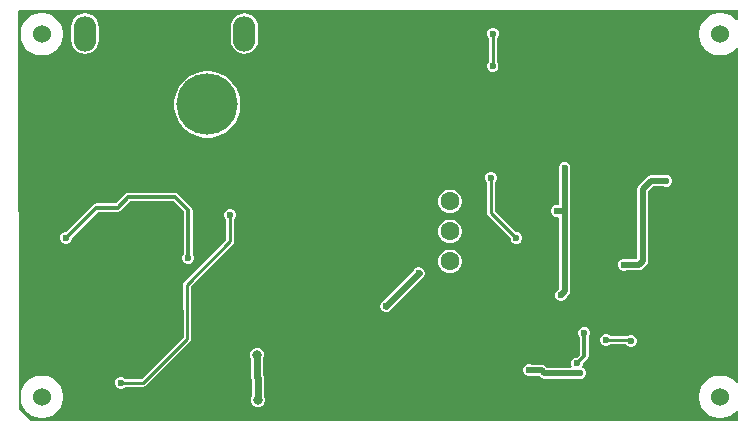
<source format=gbr>
%TF.GenerationSoftware,Altium Limited,Altium Designer,24.1.2 (44)*%
G04 Layer_Physical_Order=2*
G04 Layer_Color=16711680*
%FSLAX45Y45*%
%MOMM*%
%TF.SameCoordinates,DF2DA703-92E4-466D-A55C-C96BEC28C730*%
%TF.FilePolarity,Positive*%
%TF.FileFunction,Copper,L2,Bot,Signal*%
%TF.Part,Single*%
G01*
G75*
%TA.AperFunction,Conductor*%
%ADD44C,0.50000*%
%ADD46C,0.30000*%
%ADD47C,0.25400*%
%ADD49C,0.60000*%
%TA.AperFunction,ComponentPad*%
%ADD57C,5.20000*%
%ADD58O,1.90000X3.00000*%
%ADD59R,1.60000X1.60000*%
%ADD60C,1.60000*%
%TA.AperFunction,ViaPad*%
%ADD61C,1.52400*%
%ADD62C,0.60000*%
%ADD63C,0.80000*%
%TA.AperFunction,Conductor*%
%ADD64C,0.50800*%
G36*
X12350000Y8440815D02*
X12337300Y8437258D01*
X12314743Y8459815D01*
X12285262Y8479514D01*
X12252504Y8493083D01*
X12217728Y8500000D01*
X12182272D01*
X12147496Y8493083D01*
X12114738Y8479514D01*
X12085257Y8459815D01*
X12060185Y8434743D01*
X12040486Y8405262D01*
X12026917Y8372504D01*
X12020000Y8337728D01*
Y8302271D01*
X12026917Y8267496D01*
X12040486Y8234738D01*
X12060185Y8205257D01*
X12085257Y8180185D01*
X12114738Y8160486D01*
X12147496Y8146917D01*
X12182272Y8140000D01*
X12217728D01*
X12252504Y8146917D01*
X12285262Y8160486D01*
X12314743Y8180185D01*
X12337300Y8202742D01*
X12350000Y8199185D01*
Y5370815D01*
X12337300Y5367258D01*
X12314743Y5389815D01*
X12285262Y5409514D01*
X12252504Y5423083D01*
X12217728Y5430000D01*
X12182272D01*
X12147496Y5423083D01*
X12114738Y5409514D01*
X12085257Y5389815D01*
X12060185Y5364743D01*
X12040486Y5335262D01*
X12026917Y5302504D01*
X12020000Y5267728D01*
Y5232271D01*
X12026917Y5197496D01*
X12040486Y5164738D01*
X12060185Y5135257D01*
X12085257Y5110185D01*
X12114738Y5090486D01*
X12147496Y5076917D01*
X12182272Y5070000D01*
X12217728D01*
X12252504Y5076917D01*
X12285262Y5090486D01*
X12314743Y5110185D01*
X12337300Y5132742D01*
X12350000Y5129185D01*
Y5047500D01*
X6360000D01*
X6261250Y5146250D01*
X6255016Y8516011D01*
X6263989Y8525000D01*
X12350000D01*
Y8440815D01*
D02*
G37*
%LPC*%
G36*
X8172500Y8495992D02*
X8142479Y8492040D01*
X8114504Y8480452D01*
X8090481Y8462019D01*
X8072048Y8437996D01*
X8060460Y8410021D01*
X8056508Y8380000D01*
Y8270000D01*
X8060460Y8239979D01*
X8072048Y8212004D01*
X8090481Y8187981D01*
X8114504Y8169548D01*
X8142479Y8157960D01*
X8172500Y8154008D01*
X8202521Y8157960D01*
X8230496Y8169548D01*
X8254519Y8187981D01*
X8272952Y8212004D01*
X8284540Y8239979D01*
X8288492Y8270000D01*
Y8380000D01*
X8284540Y8410021D01*
X8272952Y8437996D01*
X8254519Y8462019D01*
X8230496Y8480452D01*
X8202521Y8492040D01*
X8172500Y8495992D01*
D02*
G37*
G36*
X6822500D02*
X6792479Y8492040D01*
X6764504Y8480452D01*
X6740481Y8462019D01*
X6722048Y8437996D01*
X6710460Y8410021D01*
X6706508Y8380000D01*
Y8270000D01*
X6710460Y8239979D01*
X6722048Y8212004D01*
X6740481Y8187981D01*
X6764504Y8169548D01*
X6792479Y8157960D01*
X6822500Y8154008D01*
X6852521Y8157960D01*
X6880496Y8169548D01*
X6904519Y8187981D01*
X6922952Y8212004D01*
X6934540Y8239979D01*
X6938492Y8270000D01*
Y8380000D01*
X6934540Y8410021D01*
X6922952Y8437996D01*
X6904519Y8462019D01*
X6880496Y8480452D01*
X6852521Y8492040D01*
X6822500Y8495992D01*
D02*
G37*
G36*
X6475228Y8500000D02*
X6439771D01*
X6404996Y8493083D01*
X6372238Y8479514D01*
X6342757Y8459815D01*
X6317685Y8434743D01*
X6297986Y8405262D01*
X6284417Y8372504D01*
X6277500Y8337728D01*
Y8302271D01*
X6284417Y8267496D01*
X6297986Y8234738D01*
X6317685Y8205257D01*
X6342757Y8180185D01*
X6372238Y8160486D01*
X6404996Y8146917D01*
X6439771Y8140000D01*
X6475228D01*
X6510004Y8146917D01*
X6542762Y8160486D01*
X6572243Y8180185D01*
X6597315Y8205257D01*
X6617014Y8234738D01*
X6630583Y8267496D01*
X6637500Y8302271D01*
Y8337728D01*
X6630583Y8372504D01*
X6617014Y8405262D01*
X6597315Y8434743D01*
X6572243Y8459815D01*
X6542762Y8479514D01*
X6510004Y8493083D01*
X6475228Y8500000D01*
D02*
G37*
G36*
X10284891Y8375000D02*
X10265000D01*
X10246623Y8367388D01*
X10232558Y8353323D01*
X10224946Y8334946D01*
Y8315054D01*
X10232558Y8296677D01*
X10240382Y8288853D01*
Y8088593D01*
X10230112Y8078323D01*
X10222500Y8059946D01*
Y8040054D01*
X10230112Y8021677D01*
X10244177Y8007612D01*
X10262554Y8000000D01*
X10282446D01*
X10300823Y8007612D01*
X10314888Y8021677D01*
X10322500Y8040054D01*
Y8059946D01*
X10314888Y8078323D01*
X10307063Y8086147D01*
Y8286407D01*
X10317334Y8296677D01*
X10324946Y8315054D01*
Y8334946D01*
X10317334Y8353323D01*
X10303268Y8367388D01*
X10284891Y8375000D01*
D02*
G37*
G36*
X7879536Y8005000D02*
X7835463D01*
X7791933Y7998105D01*
X7750017Y7984486D01*
X7710748Y7964478D01*
X7675092Y7938572D01*
X7643928Y7907408D01*
X7618022Y7871752D01*
X7598014Y7832483D01*
X7584395Y7790567D01*
X7577500Y7747037D01*
Y7702964D01*
X7584395Y7659433D01*
X7598014Y7617517D01*
X7618022Y7578248D01*
X7643928Y7542592D01*
X7675092Y7511428D01*
X7710748Y7485522D01*
X7750017Y7465514D01*
X7791933Y7451895D01*
X7835463Y7445000D01*
X7879536D01*
X7923067Y7451895D01*
X7964983Y7465514D01*
X8004252Y7485522D01*
X8039908Y7511428D01*
X8071072Y7542592D01*
X8096977Y7578248D01*
X8116986Y7617517D01*
X8130605Y7659433D01*
X8137500Y7702964D01*
Y7747037D01*
X8130605Y7790567D01*
X8116986Y7832483D01*
X8096977Y7871752D01*
X8071072Y7907408D01*
X8039908Y7938572D01*
X8004252Y7964478D01*
X7964983Y7984486D01*
X7923067Y7998105D01*
X7879536Y8005000D01*
D02*
G37*
G36*
X11754946Y7127500D02*
X11735054D01*
X11726096Y7123789D01*
X11612500D01*
X11594786Y7120266D01*
X11579768Y7110232D01*
X11579768Y7110231D01*
X11510708Y7041171D01*
X11500673Y7026154D01*
X11497150Y7008439D01*
X11497150Y7008438D01*
Y6416432D01*
X11494507Y6413790D01*
X11403904D01*
X11394946Y6417500D01*
X11375054D01*
X11356677Y6409888D01*
X11342612Y6395823D01*
X11335000Y6377446D01*
Y6357554D01*
X11342612Y6339177D01*
X11356677Y6325112D01*
X11375054Y6317500D01*
X11394946D01*
X11403904Y6321211D01*
X11513680D01*
X11513681Y6321210D01*
X11531396Y6324734D01*
X11546413Y6334768D01*
X11576170Y6364526D01*
X11576171Y6364527D01*
X11586205Y6379544D01*
X11589729Y6397258D01*
Y6989265D01*
X11631674Y7031210D01*
X11726096D01*
X11735054Y7027500D01*
X11754946D01*
X11773323Y7035112D01*
X11787388Y7049177D01*
X11795000Y7067554D01*
Y7087446D01*
X11787388Y7105823D01*
X11773323Y7119888D01*
X11754946Y7127500D01*
D02*
G37*
G36*
X9925665Y7005000D02*
X9899335D01*
X9873902Y6998185D01*
X9851099Y6985020D01*
X9832480Y6966401D01*
X9819315Y6943599D01*
X9812500Y6918165D01*
Y6891835D01*
X9819315Y6866402D01*
X9832480Y6843599D01*
X9851099Y6824981D01*
X9873902Y6811815D01*
X9899335Y6805000D01*
X9925665D01*
X9951098Y6811815D01*
X9973901Y6824981D01*
X9992520Y6843599D01*
X10005685Y6866402D01*
X10012500Y6891835D01*
Y6918165D01*
X10005685Y6943599D01*
X9992520Y6966401D01*
X9973901Y6985020D01*
X9951098Y6998185D01*
X9925665Y7005000D01*
D02*
G37*
G36*
Y6751000D02*
X9899335D01*
X9873902Y6744185D01*
X9851099Y6731020D01*
X9832480Y6712401D01*
X9819315Y6689599D01*
X9812500Y6664165D01*
Y6637835D01*
X9819315Y6612402D01*
X9832480Y6589599D01*
X9851099Y6570981D01*
X9873902Y6557815D01*
X9899335Y6551000D01*
X9925665D01*
X9951098Y6557815D01*
X9973901Y6570981D01*
X9992520Y6589599D01*
X10005685Y6612402D01*
X10012500Y6637835D01*
Y6664165D01*
X10005685Y6689599D01*
X9992520Y6712401D01*
X9973901Y6731020D01*
X9951098Y6744185D01*
X9925665Y6751000D01*
D02*
G37*
G36*
X10269946Y7155000D02*
X10250054D01*
X10231677Y7147388D01*
X10217612Y7133323D01*
X10210000Y7114946D01*
Y7095054D01*
X10217612Y7076677D01*
X10226660Y7067630D01*
Y6808190D01*
X10229197Y6795431D01*
X10236425Y6784615D01*
X10425000Y6596039D01*
Y6583245D01*
X10432612Y6564867D01*
X10446677Y6550802D01*
X10465054Y6543190D01*
X10484946D01*
X10503323Y6550802D01*
X10517388Y6564867D01*
X10525000Y6583245D01*
Y6603136D01*
X10517388Y6621513D01*
X10503323Y6635578D01*
X10484946Y6643190D01*
X10472151D01*
X10293341Y6822000D01*
Y7067630D01*
X10302388Y7076677D01*
X10310000Y7095054D01*
Y7114946D01*
X10302388Y7133323D01*
X10288323Y7147388D01*
X10269946Y7155000D01*
D02*
G37*
G36*
X7586413Y6976773D02*
X7189838D01*
X7176181Y6974057D01*
X7164604Y6966321D01*
X7086469Y6888186D01*
X6917500D01*
X6903844Y6885469D01*
X6892266Y6877734D01*
X6662033Y6647500D01*
X6652555D01*
X6634177Y6639888D01*
X6620112Y6625823D01*
X6612500Y6607446D01*
Y6587555D01*
X6620112Y6569177D01*
X6634177Y6555112D01*
X6652555Y6547500D01*
X6672446D01*
X6690823Y6555112D01*
X6704888Y6569177D01*
X6712500Y6587555D01*
Y6597033D01*
X6932282Y6816814D01*
X7101250D01*
X7114907Y6819531D01*
X7126484Y6827266D01*
X7204619Y6905402D01*
X7571631D01*
X7661814Y6815219D01*
Y6460025D01*
X7655112Y6453323D01*
X7647500Y6434945D01*
Y6415054D01*
X7655112Y6396677D01*
X7669177Y6382612D01*
X7687554Y6375000D01*
X7707446D01*
X7725823Y6382612D01*
X7739888Y6396677D01*
X7747500Y6415054D01*
Y6434945D01*
X7739888Y6453323D01*
X7733186Y6460025D01*
Y6830000D01*
X7730469Y6843656D01*
X7722734Y6855234D01*
X7611646Y6966321D01*
X7600069Y6974057D01*
X7586413Y6976773D01*
D02*
G37*
G36*
X9925665Y6497000D02*
X9899335D01*
X9873902Y6490185D01*
X9851099Y6477020D01*
X9832480Y6458401D01*
X9819315Y6435599D01*
X9812500Y6410165D01*
Y6383835D01*
X9819315Y6358402D01*
X9832480Y6335599D01*
X9851099Y6316981D01*
X9873902Y6303815D01*
X9899335Y6297000D01*
X9925665D01*
X9951098Y6303815D01*
X9973901Y6316981D01*
X9992520Y6335599D01*
X10005685Y6358402D01*
X10012500Y6383835D01*
Y6410165D01*
X10005685Y6435599D01*
X9992520Y6458401D01*
X9973901Y6477020D01*
X9951098Y6490185D01*
X9925665Y6497000D01*
D02*
G37*
G36*
X10892446Y7235000D02*
X10872554D01*
X10854177Y7227388D01*
X10840112Y7213323D01*
X10832500Y7194946D01*
Y7175054D01*
X10836210Y7166096D01*
Y6880644D01*
X10824393Y6873110D01*
X10804502D01*
X10786124Y6865498D01*
X10772059Y6851433D01*
X10764447Y6833056D01*
Y6813164D01*
X10772059Y6794787D01*
X10786124Y6780722D01*
X10804502Y6773110D01*
X10824393D01*
X10825651Y6773631D01*
X10836210Y6766575D01*
Y6443904D01*
X10832500Y6434946D01*
Y6415054D01*
X10836210Y6406096D01*
Y6161880D01*
X10828516Y6154185D01*
X10824177Y6152388D01*
X10810112Y6138323D01*
X10802500Y6119946D01*
Y6100054D01*
X10810112Y6081677D01*
X10824177Y6067612D01*
X10842554Y6060000D01*
X10862446D01*
X10880823Y6067612D01*
X10894888Y6081677D01*
X10900512Y6095255D01*
X10915231Y6109974D01*
X10915232Y6109974D01*
X10925266Y6124992D01*
X10928790Y6142706D01*
X10928789Y6142707D01*
Y6406096D01*
X10932500Y6415054D01*
Y6434946D01*
X10928789Y6443904D01*
Y6835000D01*
Y7166096D01*
X10932500Y7175054D01*
Y7194946D01*
X10924888Y7213323D01*
X10910823Y7227388D01*
X10892446Y7235000D01*
D02*
G37*
G36*
X9647500Y6348480D02*
X9642575Y6347500D01*
X9637554D01*
X9632916Y6345579D01*
X9627991Y6344599D01*
X9623816Y6341810D01*
X9619177Y6339888D01*
X9615626Y6336337D01*
X9611452Y6333548D01*
X9608663Y6329374D01*
X9605112Y6325823D01*
X9604324Y6323920D01*
X9336452Y6056048D01*
X9333663Y6051874D01*
X9330112Y6048323D01*
X9328190Y6043683D01*
X9325401Y6039509D01*
X9324421Y6034584D01*
X9322500Y6029946D01*
Y6024925D01*
X9321520Y6020000D01*
X9322500Y6015075D01*
Y6010054D01*
X9324421Y6005416D01*
X9325401Y6000491D01*
X9328190Y5996316D01*
X9330112Y5991677D01*
X9333663Y5988126D01*
X9336452Y5983952D01*
X9340626Y5981163D01*
X9344177Y5977612D01*
X9348816Y5975690D01*
X9352991Y5972901D01*
X9357916Y5971921D01*
X9362554Y5970000D01*
X9367575D01*
X9372500Y5969020D01*
X9377425Y5970000D01*
X9382446D01*
X9387084Y5971921D01*
X9392009Y5972901D01*
X9396183Y5975690D01*
X9400823Y5977612D01*
X9404374Y5981163D01*
X9408548Y5983952D01*
X9683548Y6258952D01*
X9694599Y6275491D01*
X9696535Y6285226D01*
X9697500Y6287554D01*
Y6290075D01*
X9698479Y6295000D01*
Y6297500D01*
X9697500Y6302425D01*
Y6307446D01*
X9695579Y6312084D01*
X9694599Y6317009D01*
X9691809Y6321183D01*
X9689888Y6325823D01*
X9686337Y6329374D01*
X9683548Y6333548D01*
X9679374Y6336337D01*
X9675823Y6339888D01*
X9671183Y6341810D01*
X9667009Y6344599D01*
X9662084Y6345579D01*
X9657446Y6347500D01*
X9652425D01*
X9647500Y6348480D01*
D02*
G37*
G36*
X11244360Y5780585D02*
X11224469D01*
X11206092Y5772973D01*
X11192026Y5758908D01*
X11184415Y5740531D01*
Y5720640D01*
X11192026Y5702262D01*
X11206092Y5688197D01*
X11224469Y5680585D01*
X11244360D01*
X11262737Y5688197D01*
X11268500Y5693960D01*
X11402830D01*
X11416677Y5680112D01*
X11435054Y5672500D01*
X11454946D01*
X11473323Y5680112D01*
X11487388Y5694177D01*
X11495000Y5712554D01*
Y5732446D01*
X11487388Y5750823D01*
X11473323Y5764888D01*
X11454946Y5772500D01*
X11435054D01*
X11416677Y5764888D01*
X11412430Y5760641D01*
X11275070D01*
X11262737Y5772973D01*
X11244360Y5780585D01*
D02*
G37*
G36*
X11059946Y5840000D02*
X11040054D01*
X11021677Y5832388D01*
X11007612Y5818323D01*
X11000000Y5799946D01*
Y5780054D01*
X11007612Y5761677D01*
X11014314Y5754975D01*
Y5607282D01*
X10989533Y5582500D01*
X10980054D01*
X10961677Y5574888D01*
X10947612Y5560823D01*
X10940000Y5542446D01*
Y5522554D01*
X10945555Y5509143D01*
X10938753Y5496443D01*
X10731505D01*
X10719918Y5508030D01*
X10705033Y5517976D01*
X10687474Y5521469D01*
X10607007D01*
X10592446Y5527500D01*
X10572554D01*
X10554177Y5519888D01*
X10540112Y5505823D01*
X10532500Y5487446D01*
Y5467554D01*
X10540112Y5449177D01*
X10554177Y5435112D01*
X10572554Y5427500D01*
X10592446D01*
X10597770Y5429705D01*
X10668470D01*
X10680057Y5418118D01*
X10694942Y5408172D01*
X10712500Y5404680D01*
X10996071D01*
X11006014Y5400561D01*
X11025905D01*
X11044282Y5408173D01*
X11058347Y5422238D01*
X11065959Y5440615D01*
Y5460507D01*
X11058347Y5478884D01*
X11044282Y5492949D01*
X11033754Y5497310D01*
X11032388Y5504177D01*
X11040000Y5522554D01*
Y5532033D01*
X11075234Y5567266D01*
X11082969Y5578844D01*
X11085686Y5592500D01*
Y5754975D01*
X11092388Y5761677D01*
X11100000Y5780054D01*
Y5799946D01*
X11092388Y5818323D01*
X11078323Y5832388D01*
X11059946Y5840000D01*
D02*
G37*
G36*
X8062445Y6840000D02*
X8042554D01*
X8024177Y6832388D01*
X8010112Y6818323D01*
X8002500Y6799946D01*
Y6780055D01*
X8010112Y6761677D01*
X8019159Y6752630D01*
Y6580991D01*
X7661425Y6223256D01*
X7654198Y6212440D01*
X7651660Y6199681D01*
Y6002500D01*
X7654198Y5989741D01*
X7656660Y5986057D01*
Y5756310D01*
X7303690Y5403340D01*
X7164870D01*
X7155823Y5412388D01*
X7137446Y5420000D01*
X7117554D01*
X7099177Y5412388D01*
X7085112Y5398323D01*
X7077500Y5379946D01*
Y5360054D01*
X7085112Y5341677D01*
X7099177Y5327612D01*
X7117554Y5320000D01*
X7137446D01*
X7155823Y5327612D01*
X7164870Y5336659D01*
X7317500D01*
X7330259Y5339197D01*
X7341075Y5346425D01*
X7713575Y5718925D01*
X7720803Y5729741D01*
X7723341Y5742500D01*
Y5997500D01*
X7720803Y6010259D01*
X7718341Y6013944D01*
Y6185871D01*
X8076075Y6543605D01*
X8083302Y6554421D01*
X8085840Y6567180D01*
Y6752630D01*
X8094888Y6761677D01*
X8102500Y6780055D01*
Y6799946D01*
X8094888Y6818323D01*
X8080823Y6832388D01*
X8062445Y6840000D01*
D02*
G37*
G36*
X8291935Y5665000D02*
X8268065D01*
X8246013Y5655866D01*
X8229134Y5638987D01*
X8220000Y5616935D01*
Y5593066D01*
X8229020Y5571288D01*
Y5415587D01*
X8232901Y5396078D01*
X8236520Y5390661D01*
Y5256212D01*
X8227500Y5234435D01*
Y5210565D01*
X8236635Y5188513D01*
X8253513Y5171635D01*
X8275565Y5162500D01*
X8299435D01*
X8321487Y5171635D01*
X8338366Y5188513D01*
X8347500Y5210565D01*
Y5234435D01*
X8338480Y5256212D01*
Y5408087D01*
X8334599Y5427596D01*
X8330980Y5433013D01*
Y5571288D01*
X8340000Y5593066D01*
Y5616935D01*
X8330865Y5638987D01*
X8313987Y5655866D01*
X8291935Y5665000D01*
D02*
G37*
G36*
X6475228Y5430000D02*
X6439771D01*
X6404996Y5423083D01*
X6372238Y5409514D01*
X6342757Y5389815D01*
X6317685Y5364743D01*
X6297986Y5335262D01*
X6284417Y5302504D01*
X6277500Y5267728D01*
Y5232271D01*
X6284417Y5197496D01*
X6297986Y5164738D01*
X6317685Y5135257D01*
X6342757Y5110185D01*
X6372238Y5090486D01*
X6404996Y5076917D01*
X6439771Y5070000D01*
X6475228D01*
X6510004Y5076917D01*
X6542762Y5090486D01*
X6572243Y5110185D01*
X6597315Y5135257D01*
X6617014Y5164738D01*
X6630583Y5197496D01*
X6637500Y5232271D01*
Y5267728D01*
X6630583Y5302504D01*
X6617014Y5335262D01*
X6597315Y5364743D01*
X6572243Y5389815D01*
X6542762Y5409514D01*
X6510004Y5423083D01*
X6475228Y5430000D01*
D02*
G37*
%LPD*%
D44*
X10687474Y5475587D02*
X10712500Y5450561D01*
X10584413Y5475587D02*
X10687474D01*
X10712500Y5450561D02*
X11015959D01*
X10582500Y5477500D02*
X10584413Y5475587D01*
D46*
X7586413Y6941087D02*
X7697500Y6830000D01*
Y6425000D02*
Y6830000D01*
X7189838Y6941087D02*
X7586413D01*
X7101250Y6852500D02*
X7189838Y6941087D01*
X6917500Y6852500D02*
X7101250D01*
X6662500Y6597500D02*
X6917500Y6852500D01*
X10990000Y5532500D02*
X11050000Y5592500D01*
Y5790000D01*
D47*
X7317500Y5370000D02*
X7690000Y5742500D01*
Y5997500D01*
X7685000Y6002500D02*
Y6199681D01*
Y6002500D02*
X7690000Y5997500D01*
X7685000Y6199681D02*
X8052500Y6567180D01*
X10260000Y6808190D02*
Y7105000D01*
Y6808190D02*
X10475000Y6593190D01*
X8052500Y6567180D02*
Y6790000D01*
X7127500Y5370000D02*
X7317500D01*
X11440200Y5727300D02*
X11445000Y5722500D01*
X11234414Y5730585D02*
X11237699Y5727300D01*
X11440200D01*
X10272500Y8050000D02*
X10273723Y8051223D01*
Y8323777D01*
X10274946Y8325000D01*
D49*
X8280000Y5415587D02*
Y5605000D01*
X8287500Y5222500D02*
Y5408087D01*
X8280000Y5415587D02*
X8287500Y5408087D01*
X9372500Y6020000D02*
X9647500Y6295000D01*
Y6297500D01*
D57*
X7137500Y7725000D02*
D03*
X7857500D02*
D03*
D58*
X8172500Y8325000D02*
D03*
X6822500D02*
D03*
D59*
X9912500Y7159000D02*
D03*
D60*
Y6905000D02*
D03*
Y6651000D02*
D03*
Y6397000D02*
D03*
D61*
X6457500Y8320000D02*
D03*
X12200000D02*
D03*
Y5250000D02*
D03*
X6457500D02*
D03*
D62*
X9407500Y7115000D02*
D03*
X9507500D02*
D03*
X9607500Y7112500D02*
D03*
X9160000Y6622500D02*
D03*
X11771373Y6598013D02*
D03*
X11861862Y6599135D02*
D03*
X7390000Y5892500D02*
D03*
X7317500D02*
D03*
X7910000Y6067500D02*
D03*
Y6135000D02*
D03*
Y6202500D02*
D03*
X8045000Y5860000D02*
D03*
X7390000Y5820000D02*
D03*
X7315000Y5822500D02*
D03*
X7910000Y5925000D02*
D03*
X7832500Y5927500D02*
D03*
X7757500D02*
D03*
X7910000Y6000000D02*
D03*
X7832500D02*
D03*
X7757500D02*
D03*
X9647500Y6297500D02*
D03*
X10260000Y7105000D02*
D03*
X10475000Y6593190D02*
D03*
X9951235Y7289792D02*
D03*
X9871814Y7288374D02*
D03*
X10725000Y6827500D02*
D03*
X10814447Y6823110D02*
D03*
X11212217Y6950566D02*
D03*
X11292500D02*
D03*
X11372783D02*
D03*
X11131934D02*
D03*
X11453067D02*
D03*
X11131934Y6629433D02*
D03*
Y6870283D02*
D03*
Y6790000D02*
D03*
Y6709717D02*
D03*
X11212217Y6629433D02*
D03*
Y6870283D02*
D03*
Y6790000D02*
D03*
Y6709717D02*
D03*
X11292500Y6629433D02*
D03*
Y6870283D02*
D03*
Y6790000D02*
D03*
Y6709717D02*
D03*
X11372783Y6629433D02*
D03*
Y6870283D02*
D03*
Y6790000D02*
D03*
Y6709717D02*
D03*
X11453067Y6629433D02*
D03*
Y6870283D02*
D03*
Y6790000D02*
D03*
Y6709717D02*
D03*
X7127500Y5370000D02*
D03*
X8052500Y6790000D02*
D03*
X7342500Y6835000D02*
D03*
Y6755000D02*
D03*
X7245000Y6835000D02*
D03*
X6971580Y6972756D02*
D03*
X7065397Y6973229D02*
D03*
X7245000Y6595000D02*
D03*
X7342500D02*
D03*
X7245000Y6675000D02*
D03*
Y6755000D02*
D03*
X7342500Y6675000D02*
D03*
X12307500Y6830000D02*
D03*
X12237505Y7410005D02*
D03*
X12218633Y7003632D02*
D03*
X9157500Y6787500D02*
D03*
X7037502Y8210006D02*
D03*
X7237502D02*
D03*
X7137502Y8410006D02*
D03*
X7437503Y8210006D02*
D03*
X7337502Y8410006D02*
D03*
X7637503Y8210006D02*
D03*
X7537503Y8410006D02*
D03*
X7837503Y8210006D02*
D03*
X7737503Y8410006D02*
D03*
X7937503D02*
D03*
X8537503Y7610006D02*
D03*
X11337505Y5210004D02*
D03*
X11537505D02*
D03*
X11637505Y5410004D02*
D03*
X11737505Y5210004D02*
D03*
X11837505Y5410004D02*
D03*
X11737505Y5610005D02*
D03*
X11937505Y5210004D02*
D03*
X12037505Y5410004D02*
D03*
X11937505Y5610005D02*
D03*
X12037505Y5810005D02*
D03*
X11937505Y6010005D02*
D03*
X12037505Y6210005D02*
D03*
Y6610005D02*
D03*
Y7810006D02*
D03*
X12137505Y5610005D02*
D03*
X12237505Y5810005D02*
D03*
X12137505Y6010005D02*
D03*
X12237505Y6210005D02*
D03*
X12137505Y6410005D02*
D03*
X12237505Y6610005D02*
D03*
X12137505Y7210005D02*
D03*
Y7610006D02*
D03*
X12237505Y7810006D02*
D03*
X12137505Y8010006D02*
D03*
X11897500Y7000000D02*
D03*
X10582500Y5477500D02*
D03*
X7940000Y6302500D02*
D03*
X11215000Y6262500D02*
D03*
X6812500Y7982500D02*
D03*
X6877500Y7507500D02*
D03*
X6812500Y7622500D02*
D03*
Y7752500D02*
D03*
Y7870000D02*
D03*
X11254800Y7444800D02*
D03*
X11204800Y7220000D02*
D03*
X9627500Y5962500D02*
D03*
X6772500Y5140000D02*
D03*
X6907500Y5142500D02*
D03*
X7040000Y5140000D02*
D03*
X10852500Y6110000D02*
D03*
X10882500Y6425000D02*
D03*
X11050000Y5790000D02*
D03*
X10307500Y5927500D02*
D03*
X9372500Y6020000D02*
D03*
X11445000Y5722500D02*
D03*
X11234414Y5730585D02*
D03*
X10990000Y5532500D02*
D03*
X11385000Y6367500D02*
D03*
X10882500Y7185000D02*
D03*
X11745000Y7077500D02*
D03*
X7697500Y6425000D02*
D03*
X8025390Y6932262D02*
D03*
X9987187Y5453977D02*
D03*
X11012760Y6267573D02*
D03*
X10787939Y6268479D02*
D03*
X10757570Y6454770D02*
D03*
X10937312Y7421647D02*
D03*
X11023288Y7422144D02*
D03*
X11908993Y7454198D02*
D03*
X11821775Y7455514D02*
D03*
X9741115Y8381918D02*
D03*
X6664067Y6984967D02*
D03*
X7091317Y7078111D02*
D03*
X6912499Y7075416D02*
D03*
X12142040Y7003632D02*
D03*
X12062500Y7002500D02*
D03*
X11977500Y7000000D02*
D03*
X11825000D02*
D03*
X11865000Y6827500D02*
D03*
X11945000D02*
D03*
X12147500D02*
D03*
X12227500D02*
D03*
X11968433Y7204867D02*
D03*
X11969390Y7117776D02*
D03*
X11654912Y7198252D02*
D03*
X9306464Y7974332D02*
D03*
X9356690Y7596448D02*
D03*
X6662500Y6597500D02*
D03*
X8565452Y8023530D02*
D03*
X8564114Y7952825D02*
D03*
X8853464Y7616006D02*
D03*
X8943309Y7212689D02*
D03*
X8805212D02*
D03*
X7958751Y5355353D02*
D03*
X9746166Y5573900D02*
D03*
X9988800Y5175484D02*
D03*
X11015959Y5450561D02*
D03*
X10272500Y8050000D02*
D03*
X10274946Y8325000D02*
D03*
X11519486Y7448609D02*
D03*
D63*
X8287500Y5222500D02*
D03*
X8280000Y5605000D02*
D03*
D64*
X11385000Y6367500D02*
X11513681D01*
X11543439Y6397258D01*
Y7008439D01*
X11612500Y7077500D01*
X10816207Y6824870D02*
X10862370D01*
X10872500Y6835000D01*
X10814447Y6823110D02*
X10816207Y6824870D01*
X10872500Y6835000D02*
X10882500D01*
X11612500Y7077500D02*
X11745000D01*
X10882500Y6835000D02*
Y7185000D01*
Y6425000D02*
Y6835000D01*
X10852500Y6112706D02*
X10882500Y6142706D01*
X10852500Y6110000D02*
Y6112706D01*
X10882500Y6142706D02*
Y6422294D01*
%TF.MD5,567ae25077963914868e868e2720b8a3*%
M02*

</source>
